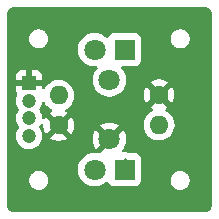
<source format=gbr>
%TF.GenerationSoftware,KiCad,Pcbnew,9.0.0*%
%TF.CreationDate,2025-05-28T10:08:54+06:00*%
%TF.ProjectId,button-pcb,62757474-6f6e-42d7-9063-622e6b696361,rev?*%
%TF.SameCoordinates,Original*%
%TF.FileFunction,Copper,L1,Top*%
%TF.FilePolarity,Positive*%
%FSLAX46Y46*%
G04 Gerber Fmt 4.6, Leading zero omitted, Abs format (unit mm)*
G04 Created by KiCad (PCBNEW 9.0.0) date 2025-05-28 10:08:54*
%MOMM*%
%LPD*%
G01*
G04 APERTURE LIST*
%TA.AperFunction,ComponentPad*%
%ADD10R,1.800000X1.800000*%
%TD*%
%TA.AperFunction,ComponentPad*%
%ADD11C,1.800000*%
%TD*%
%TA.AperFunction,ComponentPad*%
%ADD12C,1.600000*%
%TD*%
%TA.AperFunction,ComponentPad*%
%ADD13O,1.600000X1.600000*%
%TD*%
%TA.AperFunction,ComponentPad*%
%ADD14R,1.200000X1.200000*%
%TD*%
%TA.AperFunction,ComponentPad*%
%ADD15C,1.200000*%
%TD*%
%TA.AperFunction,Conductor*%
%ADD16C,0.250000*%
%TD*%
G04 APERTURE END LIST*
D10*
%TO.P,D1,1,K*%
%TO.N,Net-(D1-K)*%
X151275000Y-94920000D03*
D11*
%TO.P,D1,2,A*%
%TO.N,Net-(D1-A)*%
X148735000Y-94920000D03*
%TD*%
D12*
%TO.P,R2,1*%
%TO.N,GND*%
X154200000Y-98755000D03*
D13*
%TO.P,R2,2*%
%TO.N,Net-(D2-K)*%
X154200000Y-101295000D03*
%TD*%
D12*
%TO.P,R1,1*%
%TO.N,GND*%
X145700000Y-101345000D03*
D13*
%TO.P,R1,2*%
%TO.N,Net-(D1-K)*%
X145700000Y-98805000D03*
%TD*%
D14*
%TO.P,J1,1,Pin_1*%
%TO.N,GND*%
X143200000Y-97750000D03*
D15*
%TO.P,J1,2,Pin_2*%
%TO.N,Net-(J1-Pin_2)*%
X143200000Y-99250000D03*
%TO.P,J1,3,Pin_3*%
%TO.N,Net-(D1-A)*%
X143200000Y-100750000D03*
%TO.P,J1,4,Pin_4*%
%TO.N,Net-(D2-A)*%
X143200000Y-102250000D03*
%TD*%
D10*
%TO.P,D2,1,K*%
%TO.N,Net-(D2-K)*%
X151275000Y-105080000D03*
D11*
%TO.P,D2,2,A*%
%TO.N,Net-(D2-A)*%
X148735000Y-105080000D03*
%TD*%
%TO.P,SW1,1*%
%TO.N,GND*%
X150000000Y-102500000D03*
%TO.P,SW1,2*%
%TO.N,Net-(J1-Pin_2)*%
X150000000Y-97500000D03*
%TD*%
D16*
%TO.N,GND*%
X154270000Y-98730000D02*
X154445000Y-98730000D01*
%TO.N,Net-(D1-A)*%
X148735000Y-94920000D02*
X148730000Y-94920000D01*
%TO.N,GND*%
X150000000Y-102500000D02*
X150500000Y-102500000D01*
%TO.N,Net-(D2-K)*%
X151275000Y-105080000D02*
X151275000Y-104220000D01*
%TD*%
%TA.AperFunction,Conductor*%
%TO.N,GND*%
G36*
X144453935Y-99324458D02*
G01*
X144512168Y-99363067D01*
X144527790Y-99386628D01*
X144580871Y-99490804D01*
X144701926Y-99657423D01*
X144701930Y-99657428D01*
X144847571Y-99803069D01*
X144847576Y-99803073D01*
X144935374Y-99866861D01*
X145014197Y-99924129D01*
X145102819Y-99969284D01*
X145153615Y-100017259D01*
X145170410Y-100085080D01*
X145147873Y-100151214D01*
X145102820Y-100190253D01*
X145018648Y-100233141D01*
X145018645Y-100233143D01*
X144974077Y-100265523D01*
X144974077Y-100265524D01*
X145653554Y-100945000D01*
X145647339Y-100945000D01*
X145545606Y-100972259D01*
X145454394Y-101024920D01*
X145379920Y-101099394D01*
X145327259Y-101190606D01*
X145300000Y-101292339D01*
X145300000Y-101298553D01*
X144620524Y-100619077D01*
X144620523Y-100619077D01*
X144588143Y-100663644D01*
X144542985Y-100752273D01*
X144495010Y-100803069D01*
X144427189Y-100819864D01*
X144361054Y-100797326D01*
X144317603Y-100742611D01*
X144308500Y-100695978D01*
X144308500Y-100662759D01*
X144301581Y-100619076D01*
X144281205Y-100490426D01*
X144227288Y-100324484D01*
X144227288Y-100324483D01*
X144148073Y-100169018D01*
X144128646Y-100142279D01*
X144078228Y-100072884D01*
X144054749Y-100007079D01*
X144070574Y-99939025D01*
X144078225Y-99927119D01*
X144148074Y-99830981D01*
X144227288Y-99675516D01*
X144281205Y-99509574D01*
X144294834Y-99423522D01*
X144324761Y-99360392D01*
X144384073Y-99323460D01*
X144453935Y-99324458D01*
G37*
%TD.AperFunction*%
%TA.AperFunction,Conductor*%
G36*
X158006061Y-91301097D02*
G01*
X158117401Y-91312063D01*
X158132827Y-91314572D01*
X158151707Y-91318881D01*
X158160079Y-91321104D01*
X158254784Y-91349832D01*
X158272576Y-91356766D01*
X158277944Y-91359352D01*
X158282544Y-91361687D01*
X158377853Y-91412631D01*
X158398062Y-91426135D01*
X158485180Y-91497631D01*
X158502368Y-91514819D01*
X158573865Y-91601938D01*
X158587369Y-91622148D01*
X158587370Y-91622150D01*
X158638292Y-91717418D01*
X158640655Y-91722070D01*
X158643228Y-91727413D01*
X158650168Y-91745219D01*
X158678892Y-91839911D01*
X158681123Y-91848316D01*
X158685424Y-91867162D01*
X158687935Y-91882596D01*
X158698903Y-91993938D01*
X158699500Y-92006094D01*
X158699500Y-107993905D01*
X158698903Y-108006061D01*
X158687935Y-108117402D01*
X158685424Y-108132836D01*
X158681123Y-108151682D01*
X158678892Y-108160087D01*
X158650168Y-108254779D01*
X158643228Y-108272585D01*
X158640655Y-108277928D01*
X158638292Y-108282580D01*
X158587370Y-108377849D01*
X158573865Y-108398061D01*
X158502368Y-108485180D01*
X158485180Y-108502368D01*
X158398061Y-108573865D01*
X158377849Y-108587370D01*
X158282580Y-108638292D01*
X158277928Y-108640655D01*
X158272585Y-108643228D01*
X158254779Y-108650168D01*
X158160087Y-108678892D01*
X158151682Y-108681123D01*
X158132836Y-108685424D01*
X158117402Y-108687935D01*
X158010335Y-108698482D01*
X158006060Y-108698903D01*
X157993906Y-108699500D01*
X142006094Y-108699500D01*
X141993939Y-108698903D01*
X141989121Y-108698428D01*
X141882596Y-108687935D01*
X141867162Y-108685424D01*
X141848316Y-108681123D01*
X141839911Y-108678892D01*
X141745219Y-108650168D01*
X141727413Y-108643228D01*
X141722070Y-108640655D01*
X141717418Y-108638292D01*
X141622150Y-108587370D01*
X141601938Y-108573865D01*
X141514819Y-108502368D01*
X141497631Y-108485180D01*
X141426135Y-108398062D01*
X141412630Y-108377851D01*
X141388021Y-108331811D01*
X141361687Y-108282544D01*
X141359344Y-108277928D01*
X141356766Y-108272576D01*
X141349830Y-108254779D01*
X141321106Y-108160087D01*
X141318881Y-108151707D01*
X141314572Y-108132827D01*
X141312063Y-108117400D01*
X141301097Y-108006061D01*
X141300500Y-107993907D01*
X141300500Y-105921158D01*
X143199500Y-105921158D01*
X143199500Y-105921635D01*
X143199500Y-105928676D01*
X143199500Y-106078846D01*
X143230261Y-106233494D01*
X143230263Y-106233497D01*
X143237482Y-106250927D01*
X143241483Y-106260586D01*
X143242504Y-106265059D01*
X143248450Y-106277406D01*
X143249781Y-106280619D01*
X143290604Y-106379176D01*
X143310316Y-106408678D01*
X143315156Y-106415922D01*
X143320478Y-106426972D01*
X143333199Y-106442924D01*
X143336096Y-106447259D01*
X143336096Y-106447261D01*
X143336097Y-106447262D01*
X143378207Y-106510284D01*
X143378213Y-106510292D01*
X143416289Y-106548367D01*
X143421216Y-106553294D01*
X143432525Y-106567475D01*
X143446705Y-106578783D01*
X143489706Y-106621784D01*
X143489706Y-106621785D01*
X143489709Y-106621787D01*
X143489711Y-106621789D01*
X143557073Y-106666799D01*
X143573028Y-106679522D01*
X143584080Y-106684844D01*
X143620821Y-106709394D01*
X143620824Y-106709395D01*
X143620827Y-106709397D01*
X143672607Y-106730844D01*
X143722596Y-106751550D01*
X143734941Y-106757496D01*
X143739414Y-106758517D01*
X143749078Y-106762520D01*
X143749082Y-106762521D01*
X143766503Y-106769737D01*
X143896776Y-106795650D01*
X143921153Y-106800499D01*
X143921156Y-106800500D01*
X143921158Y-106800500D01*
X144078844Y-106800500D01*
X144078845Y-106800499D01*
X144233497Y-106769737D01*
X144260587Y-106758516D01*
X144265059Y-106757496D01*
X144277397Y-106751552D01*
X144379179Y-106709394D01*
X144415921Y-106684843D01*
X144426972Y-106679522D01*
X144442913Y-106666807D01*
X144510289Y-106621789D01*
X144553298Y-106578779D01*
X144567475Y-106567475D01*
X144578779Y-106553298D01*
X144621789Y-106510289D01*
X144666807Y-106442913D01*
X144679522Y-106426972D01*
X144684843Y-106415921D01*
X144709394Y-106379179D01*
X144751552Y-106277397D01*
X144757496Y-106265059D01*
X144758516Y-106260586D01*
X144769737Y-106233497D01*
X144800500Y-106078842D01*
X144800500Y-105921158D01*
X144800500Y-105921155D01*
X144800499Y-105921153D01*
X144769738Y-105766510D01*
X144769737Y-105766503D01*
X144758516Y-105739414D01*
X144757496Y-105734941D01*
X144751544Y-105722582D01*
X144750217Y-105719379D01*
X144730844Y-105672607D01*
X144709397Y-105620827D01*
X144709395Y-105620824D01*
X144709394Y-105620821D01*
X144684844Y-105584080D01*
X144679522Y-105573028D01*
X144666799Y-105557073D01*
X144621789Y-105489711D01*
X144621787Y-105489709D01*
X144621785Y-105489706D01*
X144583711Y-105451633D01*
X144578783Y-105446705D01*
X144567475Y-105432525D01*
X144553294Y-105421216D01*
X144548367Y-105416289D01*
X144510292Y-105378213D01*
X144510284Y-105378207D01*
X144447262Y-105336097D01*
X144447260Y-105336096D01*
X144442924Y-105333199D01*
X144426972Y-105320478D01*
X144415922Y-105315156D01*
X144408678Y-105310316D01*
X144379176Y-105290604D01*
X144280619Y-105249781D01*
X144277406Y-105248450D01*
X144265059Y-105242504D01*
X144260586Y-105241483D01*
X144250927Y-105237482D01*
X144233497Y-105230263D01*
X144233494Y-105230261D01*
X144078845Y-105199500D01*
X144078842Y-105199500D01*
X143921158Y-105199500D01*
X143921156Y-105199500D01*
X143766505Y-105230262D01*
X143766499Y-105230264D01*
X143749067Y-105237484D01*
X143749066Y-105237483D01*
X143739403Y-105241485D01*
X143734941Y-105242504D01*
X143722620Y-105248437D01*
X143719391Y-105249775D01*
X143719379Y-105249781D01*
X143620819Y-105290606D01*
X143591318Y-105310316D01*
X143591319Y-105310317D01*
X143584071Y-105315159D01*
X143573028Y-105320478D01*
X143557090Y-105333188D01*
X143552735Y-105336098D01*
X143489717Y-105378206D01*
X143489709Y-105378212D01*
X143446700Y-105421220D01*
X143432525Y-105432525D01*
X143421220Y-105446700D01*
X143378212Y-105489709D01*
X143378206Y-105489717D01*
X143336098Y-105552733D01*
X143336099Y-105552734D01*
X143333189Y-105557088D01*
X143320478Y-105573028D01*
X143315161Y-105584067D01*
X143310318Y-105591316D01*
X143310319Y-105591316D01*
X143290606Y-105620819D01*
X143249781Y-105719379D01*
X143246943Y-105725721D01*
X143242574Y-105734793D01*
X143242572Y-105734797D01*
X143242504Y-105734941D01*
X143241482Y-105739416D01*
X143230263Y-105766503D01*
X143199500Y-105921158D01*
X141300500Y-105921158D01*
X141300500Y-104969149D01*
X147326500Y-104969149D01*
X147326500Y-105190851D01*
X147345422Y-105310317D01*
X147361182Y-105409824D01*
X147429693Y-105620680D01*
X147503994Y-105766502D01*
X147530343Y-105818215D01*
X147660657Y-105997576D01*
X147817424Y-106154343D01*
X147996785Y-106284657D01*
X148090114Y-106332210D01*
X148194319Y-106385306D01*
X148194321Y-106385306D01*
X148194324Y-106385308D01*
X148405176Y-106453818D01*
X148624149Y-106488500D01*
X148624150Y-106488500D01*
X148845850Y-106488500D01*
X148845851Y-106488500D01*
X149064824Y-106453818D01*
X149275676Y-106385308D01*
X149473215Y-106284657D01*
X149652576Y-106154343D01*
X149694391Y-106112527D01*
X149755712Y-106079043D01*
X149825403Y-106084027D01*
X149881337Y-106125897D01*
X149898250Y-106156871D01*
X149924111Y-106226204D01*
X149924112Y-106226206D01*
X149959083Y-106272921D01*
X150011739Y-106343261D01*
X150128796Y-106430889D01*
X150265799Y-106481989D01*
X150293050Y-106484918D01*
X150326345Y-106488499D01*
X150326362Y-106488500D01*
X152223638Y-106488500D01*
X152223654Y-106488499D01*
X152250692Y-106485591D01*
X152284201Y-106481989D01*
X152421204Y-106430889D01*
X152538261Y-106343261D01*
X152625889Y-106226204D01*
X152676989Y-106089201D01*
X152680591Y-106055692D01*
X152683499Y-106028654D01*
X152683500Y-106028637D01*
X152683500Y-105921158D01*
X155199500Y-105921158D01*
X155199500Y-105921635D01*
X155199500Y-105928676D01*
X155199500Y-106078846D01*
X155230261Y-106233494D01*
X155230263Y-106233497D01*
X155237482Y-106250927D01*
X155241483Y-106260586D01*
X155242504Y-106265059D01*
X155248450Y-106277406D01*
X155249781Y-106280619D01*
X155290604Y-106379176D01*
X155310316Y-106408678D01*
X155315156Y-106415922D01*
X155320478Y-106426972D01*
X155333199Y-106442924D01*
X155336096Y-106447259D01*
X155336096Y-106447261D01*
X155336097Y-106447262D01*
X155378207Y-106510284D01*
X155378213Y-106510292D01*
X155416289Y-106548367D01*
X155421216Y-106553294D01*
X155432525Y-106567475D01*
X155446705Y-106578783D01*
X155489706Y-106621784D01*
X155489706Y-106621785D01*
X155489709Y-106621787D01*
X155489711Y-106621789D01*
X155557073Y-106666799D01*
X155573028Y-106679522D01*
X155584080Y-106684844D01*
X155620821Y-106709394D01*
X155620824Y-106709395D01*
X155620827Y-106709397D01*
X155672607Y-106730844D01*
X155722596Y-106751550D01*
X155734941Y-106757496D01*
X155739414Y-106758517D01*
X155749078Y-106762520D01*
X155749082Y-106762521D01*
X155766503Y-106769737D01*
X155896776Y-106795650D01*
X155921153Y-106800499D01*
X155921156Y-106800500D01*
X155921158Y-106800500D01*
X156078844Y-106800500D01*
X156078845Y-106800499D01*
X156233497Y-106769737D01*
X156260587Y-106758516D01*
X156265059Y-106757496D01*
X156277397Y-106751552D01*
X156379179Y-106709394D01*
X156415921Y-106684843D01*
X156426972Y-106679522D01*
X156442913Y-106666807D01*
X156510289Y-106621789D01*
X156553298Y-106578779D01*
X156567475Y-106567475D01*
X156578779Y-106553298D01*
X156621789Y-106510289D01*
X156666807Y-106442913D01*
X156679522Y-106426972D01*
X156684843Y-106415921D01*
X156709394Y-106379179D01*
X156751552Y-106277397D01*
X156757496Y-106265059D01*
X156758516Y-106260586D01*
X156769737Y-106233497D01*
X156800500Y-106078842D01*
X156800500Y-105921158D01*
X156800500Y-105921155D01*
X156800499Y-105921153D01*
X156769738Y-105766510D01*
X156769737Y-105766503D01*
X156758516Y-105739414D01*
X156757496Y-105734941D01*
X156751544Y-105722582D01*
X156750217Y-105719379D01*
X156730844Y-105672607D01*
X156709397Y-105620827D01*
X156709395Y-105620824D01*
X156709394Y-105620821D01*
X156684844Y-105584080D01*
X156679522Y-105573028D01*
X156666799Y-105557073D01*
X156621789Y-105489711D01*
X156621787Y-105489709D01*
X156621785Y-105489706D01*
X156583711Y-105451633D01*
X156578783Y-105446705D01*
X156567475Y-105432525D01*
X156553294Y-105421216D01*
X156548367Y-105416289D01*
X156510292Y-105378213D01*
X156510284Y-105378207D01*
X156447262Y-105336097D01*
X156447260Y-105336096D01*
X156442924Y-105333199D01*
X156426972Y-105320478D01*
X156415922Y-105315156D01*
X156408678Y-105310316D01*
X156379176Y-105290604D01*
X156280619Y-105249781D01*
X156277406Y-105248450D01*
X156265059Y-105242504D01*
X156260586Y-105241483D01*
X156250927Y-105237482D01*
X156233497Y-105230263D01*
X156233494Y-105230261D01*
X156078845Y-105199500D01*
X156078842Y-105199500D01*
X155921158Y-105199500D01*
X155921156Y-105199500D01*
X155766505Y-105230262D01*
X155766499Y-105230264D01*
X155749067Y-105237484D01*
X155749066Y-105237483D01*
X155739403Y-105241485D01*
X155734941Y-105242504D01*
X155722620Y-105248437D01*
X155719391Y-105249775D01*
X155719379Y-105249781D01*
X155620819Y-105290606D01*
X155591318Y-105310316D01*
X155591319Y-105310317D01*
X155584071Y-105315159D01*
X155573028Y-105320478D01*
X155557090Y-105333188D01*
X155552735Y-105336098D01*
X155489717Y-105378206D01*
X155489709Y-105378212D01*
X155446700Y-105421220D01*
X155432525Y-105432525D01*
X155421220Y-105446700D01*
X155378212Y-105489709D01*
X155378206Y-105489717D01*
X155336098Y-105552733D01*
X155336099Y-105552734D01*
X155333189Y-105557088D01*
X155320478Y-105573028D01*
X155315161Y-105584067D01*
X155310318Y-105591316D01*
X155310319Y-105591316D01*
X155290606Y-105620819D01*
X155249781Y-105719379D01*
X155246943Y-105725721D01*
X155242574Y-105734793D01*
X155242572Y-105734797D01*
X155242504Y-105734941D01*
X155241482Y-105739416D01*
X155230263Y-105766503D01*
X155199500Y-105921158D01*
X152683500Y-105921158D01*
X152683500Y-104131362D01*
X152683499Y-104131345D01*
X152680157Y-104100270D01*
X152676989Y-104070799D01*
X152625889Y-103933796D01*
X152538261Y-103816739D01*
X152421204Y-103729111D01*
X152361773Y-103706944D01*
X152284203Y-103678011D01*
X152223654Y-103671500D01*
X152223638Y-103671500D01*
X151630270Y-103671500D01*
X151581396Y-103659257D01*
X151580703Y-103660931D01*
X151459785Y-103610845D01*
X151459777Y-103610843D01*
X151337398Y-103586500D01*
X151337394Y-103586500D01*
X151212606Y-103586500D01*
X151205969Y-103587820D01*
X151136377Y-103581591D01*
X151081201Y-103538727D01*
X151057958Y-103472836D01*
X151074027Y-103404840D01*
X151081462Y-103393316D01*
X151197386Y-103233760D01*
X151297432Y-103037410D01*
X151365526Y-102827835D01*
X151400000Y-102610181D01*
X151400000Y-102389818D01*
X151365526Y-102172164D01*
X151297432Y-101962589D01*
X151197388Y-101766243D01*
X151151066Y-101702485D01*
X151151065Y-101702485D01*
X150482962Y-102370590D01*
X150465925Y-102307007D01*
X150400099Y-102192993D01*
X150307007Y-102099901D01*
X150192993Y-102034075D01*
X150129407Y-102017037D01*
X150797513Y-101348932D01*
X150733756Y-101302611D01*
X150723984Y-101297632D01*
X150537410Y-101202567D01*
X150504946Y-101192019D01*
X152891500Y-101192019D01*
X152891500Y-101397980D01*
X152923719Y-101601408D01*
X152987367Y-101797294D01*
X153051671Y-101923496D01*
X153071590Y-101962589D01*
X153080873Y-101980806D01*
X153201926Y-102147423D01*
X153201930Y-102147428D01*
X153347571Y-102293069D01*
X153347576Y-102293073D01*
X153480736Y-102389818D01*
X153514197Y-102414129D01*
X153598059Y-102456859D01*
X153697705Y-102507632D01*
X153697707Y-102507632D01*
X153697710Y-102507634D01*
X153802707Y-102541749D01*
X153893591Y-102571280D01*
X153995305Y-102587390D01*
X154097019Y-102603500D01*
X154097020Y-102603500D01*
X154302980Y-102603500D01*
X154302981Y-102603500D01*
X154506408Y-102571280D01*
X154702290Y-102507634D01*
X154885803Y-102414129D01*
X155052430Y-102293068D01*
X155198068Y-102147430D01*
X155319129Y-101980803D01*
X155412634Y-101797290D01*
X155476280Y-101601408D01*
X155508500Y-101397981D01*
X155508500Y-101192019D01*
X155499386Y-101134473D01*
X155476280Y-100988591D01*
X155446749Y-100897707D01*
X155412634Y-100792710D01*
X155412632Y-100792707D01*
X155412632Y-100792705D01*
X155346420Y-100662759D01*
X155319129Y-100609197D01*
X155303661Y-100587908D01*
X155198073Y-100442576D01*
X155198069Y-100442571D01*
X155052428Y-100296930D01*
X155052423Y-100296926D01*
X154885806Y-100175873D01*
X154885805Y-100175872D01*
X154885803Y-100175871D01*
X154797180Y-100130715D01*
X154746384Y-100082740D01*
X154729589Y-100014919D01*
X154752127Y-99948784D01*
X154797181Y-99909745D01*
X154881346Y-99866861D01*
X154881347Y-99866861D01*
X154925921Y-99834474D01*
X154246447Y-99155000D01*
X154252661Y-99155000D01*
X154354394Y-99127741D01*
X154445606Y-99075080D01*
X154520080Y-99000606D01*
X154572741Y-98909394D01*
X154600000Y-98807661D01*
X154600000Y-98801448D01*
X155279474Y-99480922D01*
X155279474Y-99480921D01*
X155311859Y-99436349D01*
X155404755Y-99254031D01*
X155467990Y-99059417D01*
X155500000Y-98857317D01*
X155500000Y-98652682D01*
X155467990Y-98450582D01*
X155404755Y-98255968D01*
X155311859Y-98073650D01*
X155279474Y-98029077D01*
X155279474Y-98029076D01*
X154600000Y-98708551D01*
X154600000Y-98702339D01*
X154572741Y-98600606D01*
X154520080Y-98509394D01*
X154445606Y-98434920D01*
X154354394Y-98382259D01*
X154252661Y-98355000D01*
X154246446Y-98355000D01*
X154925922Y-97675524D01*
X154925921Y-97675523D01*
X154881359Y-97643147D01*
X154881350Y-97643141D01*
X154699031Y-97550244D01*
X154504417Y-97487009D01*
X154302317Y-97455000D01*
X154097683Y-97455000D01*
X153895582Y-97487009D01*
X153700968Y-97550244D01*
X153518644Y-97643143D01*
X153474077Y-97675523D01*
X153474077Y-97675524D01*
X154153554Y-98355000D01*
X154147339Y-98355000D01*
X154045606Y-98382259D01*
X153954394Y-98434920D01*
X153879920Y-98509394D01*
X153827259Y-98600606D01*
X153800000Y-98702339D01*
X153800000Y-98708553D01*
X153120524Y-98029077D01*
X153120523Y-98029077D01*
X153088143Y-98073644D01*
X152995244Y-98255968D01*
X152932009Y-98450582D01*
X152900000Y-98652682D01*
X152900000Y-98857317D01*
X152932009Y-99059417D01*
X152995244Y-99254031D01*
X153088141Y-99436350D01*
X153088147Y-99436359D01*
X153120523Y-99480921D01*
X153120524Y-99480922D01*
X153800000Y-98801446D01*
X153800000Y-98807661D01*
X153827259Y-98909394D01*
X153879920Y-99000606D01*
X153954394Y-99075080D01*
X154045606Y-99127741D01*
X154147339Y-99155000D01*
X154153553Y-99155000D01*
X153474076Y-99834474D01*
X153518652Y-99866861D01*
X153602818Y-99909745D01*
X153653614Y-99957719D01*
X153670410Y-100025540D01*
X153647873Y-100091675D01*
X153602820Y-100130714D01*
X153514195Y-100175871D01*
X153347576Y-100296926D01*
X153347571Y-100296930D01*
X153201930Y-100442571D01*
X153201926Y-100442576D01*
X153080873Y-100609193D01*
X152987367Y-100792705D01*
X152923719Y-100988591D01*
X152891500Y-101192019D01*
X150504946Y-101192019D01*
X150327835Y-101134473D01*
X150110181Y-101100000D01*
X149889819Y-101100000D01*
X149672164Y-101134473D01*
X149462589Y-101202567D01*
X149266233Y-101302616D01*
X149202485Y-101348931D01*
X149202485Y-101348932D01*
X149870590Y-102017037D01*
X149807007Y-102034075D01*
X149692993Y-102099901D01*
X149599901Y-102192993D01*
X149534075Y-102307007D01*
X149517037Y-102370590D01*
X148848932Y-101702485D01*
X148848931Y-101702485D01*
X148802616Y-101766233D01*
X148702567Y-101962589D01*
X148634473Y-102172164D01*
X148600000Y-102389818D01*
X148600000Y-102610181D01*
X148634473Y-102827835D01*
X148702567Y-103037410D01*
X148802611Y-103233756D01*
X148848932Y-103297513D01*
X149517037Y-102629408D01*
X149534075Y-102692993D01*
X149599901Y-102807007D01*
X149692993Y-102900099D01*
X149807007Y-102965925D01*
X149870590Y-102982962D01*
X149180492Y-103673058D01*
X149119169Y-103706543D01*
X149069782Y-103706019D01*
X149069636Y-103706944D01*
X148961621Y-103689836D01*
X148845851Y-103671500D01*
X148624149Y-103671500D01*
X148514662Y-103688841D01*
X148405175Y-103706182D01*
X148194319Y-103774693D01*
X147996784Y-103875343D01*
X147916333Y-103933795D01*
X147817424Y-104005657D01*
X147817422Y-104005659D01*
X147817421Y-104005659D01*
X147660659Y-104162421D01*
X147660659Y-104162422D01*
X147660657Y-104162424D01*
X147604692Y-104239452D01*
X147530343Y-104341784D01*
X147429693Y-104539319D01*
X147361182Y-104750175D01*
X147361182Y-104750176D01*
X147326500Y-104969149D01*
X141300500Y-104969149D01*
X141300500Y-99162759D01*
X142091500Y-99162759D01*
X142091500Y-99337241D01*
X142099322Y-99386628D01*
X142118795Y-99509575D01*
X142172710Y-99675513D01*
X142172711Y-99675516D01*
X142251928Y-99830984D01*
X142321770Y-99927115D01*
X142345250Y-99992922D01*
X142329424Y-100060975D01*
X142321770Y-100072885D01*
X142251928Y-100169015D01*
X142172711Y-100324483D01*
X142172710Y-100324486D01*
X142118795Y-100490424D01*
X142091500Y-100662759D01*
X142091500Y-100837240D01*
X142118795Y-101009575D01*
X142172710Y-101175513D01*
X142172711Y-101175516D01*
X142226548Y-101281175D01*
X142246241Y-101319824D01*
X142251928Y-101330984D01*
X142321770Y-101427115D01*
X142345250Y-101492922D01*
X142329424Y-101560975D01*
X142321770Y-101572885D01*
X142251928Y-101669015D01*
X142172711Y-101824483D01*
X142172710Y-101824486D01*
X142118795Y-101990424D01*
X142091500Y-102162759D01*
X142091500Y-102337240D01*
X142118795Y-102509575D01*
X142172710Y-102675513D01*
X142172711Y-102675516D01*
X142251928Y-102830984D01*
X142354477Y-102972132D01*
X142354481Y-102972137D01*
X142477862Y-103095518D01*
X142477867Y-103095522D01*
X142600984Y-103184971D01*
X142619019Y-103198074D01*
X142720646Y-103249856D01*
X142774483Y-103277288D01*
X142774486Y-103277289D01*
X142836731Y-103297513D01*
X142940426Y-103331205D01*
X143112759Y-103358500D01*
X143112760Y-103358500D01*
X143287240Y-103358500D01*
X143287241Y-103358500D01*
X143459574Y-103331205D01*
X143625516Y-103277288D01*
X143780981Y-103198074D01*
X143922139Y-103095517D01*
X144045517Y-102972139D01*
X144148074Y-102830981D01*
X144227288Y-102675516D01*
X144281205Y-102509574D01*
X144308500Y-102337241D01*
X144308500Y-102162759D01*
X144281205Y-101990426D01*
X144227288Y-101824484D01*
X144227288Y-101824483D01*
X144148073Y-101669018D01*
X144133832Y-101649417D01*
X144078228Y-101572884D01*
X144070785Y-101552025D01*
X144059080Y-101533222D01*
X144059273Y-101519759D01*
X144054749Y-101507079D01*
X144059765Y-101485504D01*
X144060084Y-101463359D01*
X144069106Y-101445336D01*
X144070574Y-101439025D01*
X144075205Y-101431469D01*
X144076665Y-101429266D01*
X144148074Y-101330981D01*
X144168737Y-101290426D01*
X144172658Y-101284515D01*
X144194178Y-101266401D01*
X144213490Y-101245955D01*
X144220548Y-101244206D01*
X144226114Y-101239523D01*
X144254012Y-101235920D01*
X144281311Y-101229160D01*
X144288194Y-101231505D01*
X144295409Y-101230574D01*
X144320824Y-101242625D01*
X144347446Y-101251697D01*
X144351969Y-101257392D01*
X144358541Y-101260509D01*
X144373407Y-101284388D01*
X144390897Y-101306413D01*
X144392623Y-101315255D01*
X144395467Y-101319824D01*
X144395333Y-101329138D01*
X144400000Y-101353046D01*
X144400000Y-101447317D01*
X144432009Y-101649417D01*
X144495244Y-101844031D01*
X144588141Y-102026350D01*
X144588147Y-102026359D01*
X144620523Y-102070921D01*
X144620524Y-102070922D01*
X145300000Y-101391446D01*
X145300000Y-101397661D01*
X145327259Y-101499394D01*
X145379920Y-101590606D01*
X145454394Y-101665080D01*
X145545606Y-101717741D01*
X145647339Y-101745000D01*
X145653553Y-101745000D01*
X144974076Y-102424474D01*
X145018650Y-102456859D01*
X145200968Y-102549755D01*
X145395582Y-102612990D01*
X145597683Y-102645000D01*
X145802317Y-102645000D01*
X146004417Y-102612990D01*
X146199031Y-102549755D01*
X146381349Y-102456859D01*
X146425922Y-102424474D01*
X145746447Y-101745000D01*
X145752661Y-101745000D01*
X145854394Y-101717741D01*
X145945606Y-101665080D01*
X146020080Y-101590606D01*
X146072741Y-101499394D01*
X146100000Y-101397661D01*
X146100000Y-101391447D01*
X146779474Y-102070921D01*
X146811859Y-102026349D01*
X146904755Y-101844031D01*
X146967990Y-101649417D01*
X147000000Y-101447317D01*
X147000000Y-101242682D01*
X146967990Y-101040582D01*
X146904755Y-100845968D01*
X146811859Y-100663650D01*
X146779474Y-100619077D01*
X146779474Y-100619076D01*
X146100000Y-101298551D01*
X146100000Y-101292339D01*
X146072741Y-101190606D01*
X146020080Y-101099394D01*
X145945606Y-101024920D01*
X145854394Y-100972259D01*
X145752661Y-100945000D01*
X145746446Y-100945000D01*
X146425922Y-100265524D01*
X146425921Y-100265523D01*
X146381359Y-100233147D01*
X146381350Y-100233141D01*
X146297180Y-100190254D01*
X146246384Y-100142279D01*
X146229589Y-100074458D01*
X146252127Y-100008323D01*
X146297179Y-99969284D01*
X146385803Y-99924129D01*
X146552430Y-99803068D01*
X146698068Y-99657430D01*
X146819129Y-99490803D01*
X146912634Y-99307290D01*
X146976280Y-99111408D01*
X147008500Y-98907981D01*
X147008500Y-98702019D01*
X146988278Y-98574343D01*
X146976280Y-98498591D01*
X146912632Y-98302705D01*
X146860592Y-98200572D01*
X146819129Y-98119197D01*
X146768855Y-98050000D01*
X146698073Y-97952576D01*
X146698069Y-97952571D01*
X146552428Y-97806930D01*
X146552423Y-97806926D01*
X146385806Y-97685873D01*
X146385805Y-97685872D01*
X146385803Y-97685871D01*
X146301941Y-97643141D01*
X146202294Y-97592367D01*
X146006408Y-97528719D01*
X145825079Y-97500000D01*
X145802981Y-97496500D01*
X145597019Y-97496500D01*
X145574921Y-97500000D01*
X145393591Y-97528719D01*
X145197705Y-97592367D01*
X145014193Y-97685873D01*
X144847576Y-97806926D01*
X144847571Y-97806930D01*
X144701930Y-97952571D01*
X144701926Y-97952576D01*
X144580873Y-98119193D01*
X144534485Y-98210234D01*
X144486510Y-98261030D01*
X144418689Y-98277825D01*
X144352554Y-98255287D01*
X144309103Y-98200572D01*
X144300000Y-98153939D01*
X144300000Y-98000000D01*
X143366988Y-98000000D01*
X143384205Y-97990060D01*
X143440060Y-97934205D01*
X143479556Y-97865796D01*
X143500000Y-97789496D01*
X143500000Y-97710504D01*
X143479556Y-97634204D01*
X143440060Y-97565795D01*
X143384205Y-97509940D01*
X143366988Y-97500000D01*
X143450000Y-97500000D01*
X144300000Y-97500000D01*
X144300000Y-97102172D01*
X144299999Y-97102155D01*
X144293598Y-97042627D01*
X144293596Y-97042620D01*
X144243354Y-96907913D01*
X144243350Y-96907906D01*
X144157190Y-96792812D01*
X144157187Y-96792809D01*
X144042093Y-96706649D01*
X144042086Y-96706645D01*
X143907379Y-96656403D01*
X143907372Y-96656401D01*
X143847844Y-96650000D01*
X143450000Y-96650000D01*
X143450000Y-97500000D01*
X143366988Y-97500000D01*
X143315796Y-97470444D01*
X143239496Y-97450000D01*
X143160504Y-97450000D01*
X143084204Y-97470444D01*
X143015795Y-97509940D01*
X142959940Y-97565795D01*
X142920444Y-97634204D01*
X142900000Y-97710504D01*
X142900000Y-97789496D01*
X142920444Y-97865796D01*
X142959940Y-97934205D01*
X143015795Y-97990060D01*
X143033012Y-98000000D01*
X142100000Y-98000000D01*
X142100000Y-98397844D01*
X142106401Y-98457372D01*
X142106403Y-98457379D01*
X142156645Y-98592086D01*
X142156647Y-98592089D01*
X142190390Y-98637164D01*
X142214807Y-98702629D01*
X142201609Y-98767768D01*
X142172712Y-98824482D01*
X142172710Y-98824486D01*
X142118795Y-98990424D01*
X142107868Y-99059417D01*
X142091500Y-99162759D01*
X141300500Y-99162759D01*
X141300500Y-97102155D01*
X142100000Y-97102155D01*
X142100000Y-97500000D01*
X142950000Y-97500000D01*
X142950000Y-96650000D01*
X142552155Y-96650000D01*
X142492627Y-96656401D01*
X142492620Y-96656403D01*
X142357913Y-96706645D01*
X142357906Y-96706649D01*
X142242812Y-96792809D01*
X142242809Y-96792812D01*
X142156649Y-96907906D01*
X142156645Y-96907913D01*
X142106403Y-97042620D01*
X142106401Y-97042627D01*
X142100000Y-97102155D01*
X141300500Y-97102155D01*
X141300500Y-94809149D01*
X147326500Y-94809149D01*
X147326500Y-95030850D01*
X147361182Y-95249824D01*
X147429693Y-95460680D01*
X147530343Y-95658215D01*
X147660657Y-95837576D01*
X147817424Y-95994343D01*
X147996785Y-96124657D01*
X148090114Y-96172210D01*
X148194319Y-96225306D01*
X148194321Y-96225306D01*
X148194324Y-96225308D01*
X148405176Y-96293818D01*
X148624149Y-96328500D01*
X148624150Y-96328500D01*
X148845848Y-96328500D01*
X148845851Y-96328500D01*
X148865452Y-96325395D01*
X148934744Y-96334349D01*
X148988197Y-96379344D01*
X149008837Y-96446096D01*
X148990113Y-96513410D01*
X148972532Y-96535548D01*
X148925660Y-96582420D01*
X148925659Y-96582422D01*
X148925657Y-96582424D01*
X148876560Y-96650000D01*
X148795343Y-96761784D01*
X148694693Y-96959319D01*
X148626182Y-97170175D01*
X148591500Y-97389149D01*
X148591500Y-97610850D01*
X148626182Y-97829824D01*
X148694693Y-98040680D01*
X148776163Y-98200572D01*
X148795343Y-98238215D01*
X148925657Y-98417576D01*
X149082424Y-98574343D01*
X149261785Y-98704657D01*
X149355114Y-98752210D01*
X149459319Y-98805306D01*
X149459321Y-98805306D01*
X149459324Y-98805308D01*
X149670176Y-98873818D01*
X149889149Y-98908500D01*
X149889150Y-98908500D01*
X150110850Y-98908500D01*
X150110851Y-98908500D01*
X150329824Y-98873818D01*
X150540676Y-98805308D01*
X150738215Y-98704657D01*
X150917576Y-98574343D01*
X151074343Y-98417576D01*
X151204657Y-98238215D01*
X151305308Y-98040676D01*
X151373818Y-97829824D01*
X151408500Y-97610851D01*
X151408500Y-97389149D01*
X151373818Y-97170176D01*
X151305308Y-96959324D01*
X151305306Y-96959321D01*
X151305306Y-96959319D01*
X151204656Y-96761784D01*
X151164595Y-96706645D01*
X151074343Y-96582424D01*
X151032100Y-96540181D01*
X150998615Y-96478858D01*
X151003599Y-96409166D01*
X151045471Y-96353233D01*
X151110935Y-96328816D01*
X151119781Y-96328500D01*
X152223638Y-96328500D01*
X152223654Y-96328499D01*
X152250692Y-96325591D01*
X152284201Y-96321989D01*
X152421204Y-96270889D01*
X152538261Y-96183261D01*
X152625889Y-96066204D01*
X152676989Y-95929201D01*
X152680591Y-95895692D01*
X152683499Y-95868654D01*
X152683500Y-95868637D01*
X152683500Y-93971362D01*
X152683499Y-93971347D01*
X152678873Y-93928323D01*
X152678873Y-93928321D01*
X152678103Y-93921158D01*
X155199500Y-93921158D01*
X155199500Y-93921635D01*
X155199500Y-93928676D01*
X155199500Y-94078846D01*
X155230261Y-94233494D01*
X155230263Y-94233497D01*
X155237482Y-94250927D01*
X155241483Y-94260586D01*
X155242504Y-94265059D01*
X155248450Y-94277406D01*
X155249781Y-94280619D01*
X155290604Y-94379176D01*
X155310316Y-94408678D01*
X155315156Y-94415922D01*
X155320478Y-94426972D01*
X155333199Y-94442924D01*
X155336096Y-94447259D01*
X155336096Y-94447261D01*
X155336097Y-94447262D01*
X155378207Y-94510284D01*
X155378213Y-94510292D01*
X155416289Y-94548367D01*
X155421216Y-94553294D01*
X155432525Y-94567475D01*
X155446705Y-94578783D01*
X155489706Y-94621784D01*
X155489706Y-94621785D01*
X155489709Y-94621787D01*
X155489711Y-94621789D01*
X155557073Y-94666799D01*
X155573028Y-94679522D01*
X155584080Y-94684844D01*
X155620821Y-94709394D01*
X155620824Y-94709395D01*
X155620827Y-94709397D01*
X155672607Y-94730844D01*
X155722596Y-94751550D01*
X155734941Y-94757496D01*
X155739414Y-94758517D01*
X155749078Y-94762520D01*
X155749082Y-94762521D01*
X155766503Y-94769737D01*
X155896776Y-94795650D01*
X155921153Y-94800499D01*
X155921156Y-94800500D01*
X155921158Y-94800500D01*
X156078844Y-94800500D01*
X156078845Y-94800499D01*
X156233497Y-94769737D01*
X156260587Y-94758516D01*
X156265059Y-94757496D01*
X156277397Y-94751552D01*
X156379179Y-94709394D01*
X156415921Y-94684843D01*
X156426972Y-94679522D01*
X156442913Y-94666807D01*
X156510289Y-94621789D01*
X156553298Y-94578779D01*
X156567475Y-94567475D01*
X156578779Y-94553298D01*
X156621789Y-94510289D01*
X156666807Y-94442913D01*
X156679522Y-94426972D01*
X156684843Y-94415921D01*
X156709394Y-94379179D01*
X156751552Y-94277397D01*
X156757496Y-94265059D01*
X156758516Y-94260586D01*
X156769737Y-94233497D01*
X156800500Y-94078842D01*
X156800500Y-93921158D01*
X156800500Y-93921155D01*
X156800499Y-93921153D01*
X156784978Y-93843125D01*
X156769737Y-93766503D01*
X156758516Y-93739414D01*
X156757496Y-93734941D01*
X156751544Y-93722582D01*
X156750217Y-93719379D01*
X156724272Y-93656739D01*
X156709397Y-93620827D01*
X156709395Y-93620824D01*
X156709394Y-93620821D01*
X156684844Y-93584080D01*
X156679522Y-93573028D01*
X156666799Y-93557073D01*
X156621789Y-93489711D01*
X156621787Y-93489709D01*
X156621785Y-93489706D01*
X156583711Y-93451633D01*
X156578783Y-93446705D01*
X156567475Y-93432525D01*
X156553294Y-93421216D01*
X156548367Y-93416289D01*
X156510292Y-93378213D01*
X156510284Y-93378207D01*
X156447262Y-93336097D01*
X156447260Y-93336096D01*
X156442924Y-93333199D01*
X156426972Y-93320478D01*
X156415922Y-93315156D01*
X156408678Y-93310316D01*
X156379176Y-93290604D01*
X156280619Y-93249781D01*
X156277406Y-93248450D01*
X156265059Y-93242504D01*
X156260586Y-93241483D01*
X156250927Y-93237482D01*
X156233497Y-93230263D01*
X156233494Y-93230261D01*
X156078845Y-93199500D01*
X156078842Y-93199500D01*
X155921158Y-93199500D01*
X155921156Y-93199500D01*
X155766505Y-93230262D01*
X155766499Y-93230264D01*
X155749067Y-93237484D01*
X155749066Y-93237483D01*
X155739403Y-93241485D01*
X155734941Y-93242504D01*
X155722620Y-93248437D01*
X155719391Y-93249775D01*
X155719379Y-93249781D01*
X155620819Y-93290606D01*
X155591318Y-93310316D01*
X155591319Y-93310317D01*
X155584071Y-93315159D01*
X155573028Y-93320478D01*
X155557090Y-93333188D01*
X155552735Y-93336098D01*
X155489717Y-93378206D01*
X155489709Y-93378212D01*
X155446700Y-93421220D01*
X155432525Y-93432525D01*
X155421220Y-93446700D01*
X155378212Y-93489709D01*
X155378206Y-93489717D01*
X155336098Y-93552733D01*
X155336099Y-93552734D01*
X155333189Y-93557088D01*
X155320478Y-93573028D01*
X155315161Y-93584067D01*
X155310318Y-93591316D01*
X155310319Y-93591316D01*
X155290606Y-93620819D01*
X155249781Y-93719379D01*
X155246943Y-93725721D01*
X155242574Y-93734793D01*
X155242572Y-93734797D01*
X155242504Y-93734941D01*
X155241482Y-93739416D01*
X155230263Y-93766503D01*
X155199500Y-93921158D01*
X152678103Y-93921158D01*
X152676989Y-93910798D01*
X152676988Y-93910795D01*
X152651748Y-93843125D01*
X152625889Y-93773796D01*
X152538261Y-93656739D01*
X152421204Y-93569111D01*
X152284203Y-93518011D01*
X152223654Y-93511500D01*
X152223638Y-93511500D01*
X150326362Y-93511500D01*
X150326345Y-93511500D01*
X150265797Y-93518011D01*
X150265795Y-93518011D01*
X150128795Y-93569111D01*
X150011739Y-93656739D01*
X149924111Y-93773795D01*
X149898252Y-93843125D01*
X149856380Y-93899058D01*
X149790916Y-93923474D01*
X149722643Y-93908622D01*
X149694390Y-93887471D01*
X149652578Y-93845659D01*
X149652576Y-93845657D01*
X149473215Y-93715343D01*
X149275680Y-93614693D01*
X149064824Y-93546182D01*
X148845851Y-93511500D01*
X148624149Y-93511500D01*
X148514662Y-93528841D01*
X148405175Y-93546182D01*
X148194319Y-93614693D01*
X147996784Y-93715343D01*
X147926360Y-93766510D01*
X147817424Y-93845657D01*
X147817422Y-93845659D01*
X147817421Y-93845659D01*
X147660659Y-94002421D01*
X147660659Y-94002422D01*
X147660657Y-94002424D01*
X147605482Y-94078365D01*
X147530343Y-94181784D01*
X147429693Y-94379319D01*
X147361182Y-94590175D01*
X147326500Y-94809149D01*
X141300500Y-94809149D01*
X141300500Y-93921158D01*
X143199500Y-93921158D01*
X143199500Y-93921635D01*
X143199500Y-93928676D01*
X143199500Y-94078846D01*
X143230261Y-94233494D01*
X143230263Y-94233497D01*
X143237482Y-94250927D01*
X143241483Y-94260586D01*
X143242504Y-94265059D01*
X143248450Y-94277406D01*
X143249781Y-94280619D01*
X143290604Y-94379176D01*
X143310316Y-94408678D01*
X143315156Y-94415922D01*
X143320478Y-94426972D01*
X143333199Y-94442924D01*
X143336096Y-94447259D01*
X143336096Y-94447261D01*
X143336097Y-94447262D01*
X143378207Y-94510284D01*
X143378213Y-94510292D01*
X143416289Y-94548367D01*
X143421216Y-94553294D01*
X143432525Y-94567475D01*
X143446705Y-94578783D01*
X143489706Y-94621784D01*
X143489706Y-94621785D01*
X143489709Y-94621787D01*
X143489711Y-94621789D01*
X143557073Y-94666799D01*
X143573028Y-94679522D01*
X143584080Y-94684844D01*
X143620821Y-94709394D01*
X143620824Y-94709395D01*
X143620827Y-94709397D01*
X143672607Y-94730844D01*
X143722596Y-94751550D01*
X143734941Y-94757496D01*
X143739414Y-94758517D01*
X143749078Y-94762520D01*
X143749082Y-94762521D01*
X143766503Y-94769737D01*
X143896776Y-94795650D01*
X143921153Y-94800499D01*
X143921156Y-94800500D01*
X143921158Y-94800500D01*
X144078844Y-94800500D01*
X144078845Y-94800499D01*
X144233497Y-94769737D01*
X144260587Y-94758516D01*
X144265059Y-94757496D01*
X144277397Y-94751552D01*
X144379179Y-94709394D01*
X144408681Y-94689680D01*
X144423765Y-94681066D01*
X144426972Y-94679522D01*
X144438860Y-94670041D01*
X144447242Y-94663915D01*
X144510289Y-94621789D01*
X144553298Y-94578779D01*
X144567475Y-94567475D01*
X144578779Y-94553298D01*
X144621789Y-94510289D01*
X144666807Y-94442913D01*
X144679522Y-94426972D01*
X144684843Y-94415921D01*
X144709394Y-94379179D01*
X144751552Y-94277397D01*
X144757496Y-94265059D01*
X144758516Y-94260586D01*
X144769737Y-94233497D01*
X144800500Y-94078842D01*
X144800500Y-93921158D01*
X144800500Y-93921155D01*
X144800499Y-93921153D01*
X144784978Y-93843125D01*
X144769737Y-93766503D01*
X144758516Y-93739414D01*
X144757496Y-93734941D01*
X144751544Y-93722582D01*
X144750217Y-93719379D01*
X144724272Y-93656739D01*
X144709397Y-93620827D01*
X144709395Y-93620824D01*
X144709394Y-93620821D01*
X144684844Y-93584080D01*
X144679522Y-93573028D01*
X144666799Y-93557073D01*
X144621789Y-93489711D01*
X144621787Y-93489709D01*
X144621785Y-93489706D01*
X144583711Y-93451633D01*
X144578783Y-93446705D01*
X144567475Y-93432525D01*
X144553294Y-93421216D01*
X144548367Y-93416289D01*
X144510292Y-93378213D01*
X144510284Y-93378207D01*
X144447262Y-93336097D01*
X144447260Y-93336096D01*
X144442924Y-93333199D01*
X144426972Y-93320478D01*
X144415922Y-93315156D01*
X144408678Y-93310316D01*
X144379176Y-93290604D01*
X144280619Y-93249781D01*
X144277406Y-93248450D01*
X144265059Y-93242504D01*
X144260586Y-93241483D01*
X144250927Y-93237482D01*
X144233497Y-93230263D01*
X144233494Y-93230261D01*
X144078845Y-93199500D01*
X144078842Y-93199500D01*
X143921158Y-93199500D01*
X143921156Y-93199500D01*
X143766505Y-93230262D01*
X143766499Y-93230264D01*
X143749067Y-93237484D01*
X143749066Y-93237483D01*
X143739403Y-93241485D01*
X143734941Y-93242504D01*
X143722620Y-93248437D01*
X143719391Y-93249775D01*
X143719379Y-93249781D01*
X143620819Y-93290606D01*
X143591318Y-93310316D01*
X143591319Y-93310317D01*
X143584071Y-93315159D01*
X143573028Y-93320478D01*
X143557090Y-93333188D01*
X143552735Y-93336098D01*
X143489717Y-93378206D01*
X143489709Y-93378212D01*
X143446700Y-93421220D01*
X143432525Y-93432525D01*
X143421220Y-93446700D01*
X143378212Y-93489709D01*
X143378206Y-93489717D01*
X143336098Y-93552733D01*
X143336099Y-93552734D01*
X143333189Y-93557088D01*
X143320478Y-93573028D01*
X143315161Y-93584067D01*
X143310318Y-93591316D01*
X143310319Y-93591316D01*
X143290606Y-93620819D01*
X143249781Y-93719379D01*
X143246943Y-93725721D01*
X143242574Y-93734793D01*
X143242572Y-93734797D01*
X143242504Y-93734941D01*
X143241482Y-93739416D01*
X143230263Y-93766503D01*
X143199500Y-93921158D01*
X141300500Y-93921158D01*
X141300500Y-92006092D01*
X141301097Y-91993938D01*
X141312063Y-91882598D01*
X141312064Y-91882596D01*
X141312063Y-91882592D01*
X141314571Y-91867177D01*
X141318884Y-91848278D01*
X141321099Y-91839934D01*
X141349834Y-91745206D01*
X141356762Y-91727432D01*
X141359370Y-91722016D01*
X141361666Y-91717494D01*
X141412634Y-91622141D01*
X141426131Y-91601942D01*
X141497635Y-91514814D01*
X141514814Y-91497635D01*
X141601942Y-91426131D01*
X141622141Y-91412634D01*
X141717494Y-91361666D01*
X141722016Y-91359370D01*
X141727432Y-91356762D01*
X141745206Y-91349834D01*
X141839934Y-91321099D01*
X141848278Y-91318884D01*
X141867177Y-91314571D01*
X141882592Y-91312063D01*
X141993939Y-91301097D01*
X142006093Y-91300500D01*
X157993907Y-91300500D01*
X158006061Y-91301097D01*
G37*
%TD.AperFunction*%
%TD*%
M02*

</source>
